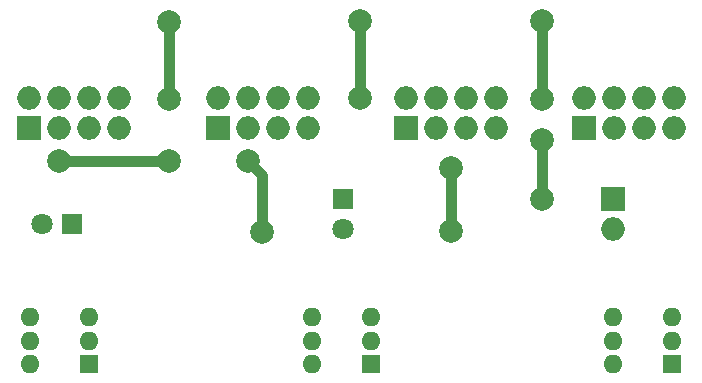
<source format=gbr>
G04 #@! TF.GenerationSoftware,KiCad,Pcbnew,5.1.2-f72e74a~84~ubuntu18.04.1*
G04 #@! TF.CreationDate,2020-02-26T21:12:00+03:00*
G04 #@! TF.ProjectId,connection_board,636f6e6e-6563-4746-996f-6e5f626f6172,rev?*
G04 #@! TF.SameCoordinates,Original*
G04 #@! TF.FileFunction,Copper,L1,Top*
G04 #@! TF.FilePolarity,Positive*
%FSLAX46Y46*%
G04 Gerber Fmt 4.6, Leading zero omitted, Abs format (unit mm)*
G04 Created by KiCad (PCBNEW 5.1.2-f72e74a~84~ubuntu18.04.1) date 2020-02-26 21:12:00*
%MOMM*%
%LPD*%
G04 APERTURE LIST*
%ADD10C,1.800000*%
%ADD11R,1.800000X1.800000*%
%ADD12R,1.600000X1.600000*%
%ADD13O,1.600000X1.600000*%
%ADD14R,2.000000X2.000000*%
%ADD15O,2.000000X2.000000*%
%ADD16C,2.000000*%
%ADD17C,0.900000*%
G04 APERTURE END LIST*
D10*
X102600000Y-82540000D03*
D11*
X102600000Y-80000000D03*
X79700000Y-82100000D03*
D10*
X77160000Y-82100000D03*
D12*
X130500000Y-94000000D03*
D13*
X125500000Y-94000000D03*
X130500000Y-92000000D03*
X125500000Y-92000000D03*
X130500000Y-90000000D03*
X125500000Y-90000000D03*
X100000000Y-90000000D03*
X105000000Y-90000000D03*
X100000000Y-92000000D03*
X105000000Y-92000000D03*
X100000000Y-94000000D03*
D12*
X105000000Y-94000000D03*
X81100000Y-94000000D03*
D13*
X76100000Y-94000000D03*
X81100000Y-92000000D03*
X76100000Y-92000000D03*
X81100000Y-90000000D03*
X76100000Y-90000000D03*
D14*
X125500000Y-80000000D03*
D15*
X125500000Y-82540000D03*
D14*
X76000000Y-74000000D03*
D15*
X76000000Y-71460000D03*
X78540000Y-74000000D03*
X78540000Y-71460000D03*
X81080000Y-74000000D03*
X81080000Y-71460000D03*
X83620000Y-74000000D03*
X83620000Y-71460000D03*
X99620000Y-71460000D03*
X99620000Y-74000000D03*
X97080000Y-71460000D03*
X97080000Y-74000000D03*
X94540000Y-71460000D03*
X94540000Y-74000000D03*
X92000000Y-71460000D03*
D14*
X92000000Y-74000000D03*
X108000000Y-74000000D03*
D15*
X108000000Y-71460000D03*
X110540000Y-74000000D03*
X110540000Y-71460000D03*
X113080000Y-74000000D03*
X113080000Y-71460000D03*
X115620000Y-74000000D03*
X115620000Y-71460000D03*
X130620000Y-71460000D03*
X130620000Y-74000000D03*
X128080000Y-71460000D03*
X128080000Y-74000000D03*
X125540000Y-71460000D03*
X125540000Y-74000000D03*
X123000000Y-71460000D03*
D14*
X123000000Y-74000000D03*
D16*
X119500000Y-75000000D03*
X119500000Y-80000000D03*
X119500000Y-71500000D03*
X119500000Y-64900000D03*
X87900000Y-71500000D03*
X87900000Y-65000000D03*
X104040000Y-71460000D03*
X104040000Y-64940000D03*
X78540000Y-76760000D03*
X87860000Y-76760000D03*
X111800000Y-77400000D03*
X111800000Y-82700000D03*
X94600000Y-76750000D03*
X95800000Y-82800000D03*
D17*
X119500000Y-75000000D02*
X119500000Y-80000000D01*
X119500000Y-71500000D02*
X119500000Y-64900000D01*
X87900000Y-71500000D02*
X87900000Y-65000000D01*
X104040000Y-71460000D02*
X104040000Y-64940000D01*
X78540000Y-76760000D02*
X87860000Y-76760000D01*
X111800000Y-77400000D02*
X111800000Y-82700000D01*
X95800000Y-77950000D02*
X95800000Y-82800000D01*
X94600000Y-76750000D02*
X95800000Y-77950000D01*
M02*

</source>
